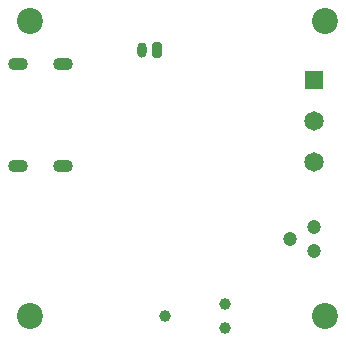
<source format=gbs>
%TF.GenerationSoftware,KiCad,Pcbnew,9.0.5*%
%TF.CreationDate,2026-01-28T11:34:24-05:00*%
%TF.ProjectId,lmp91000-pcb,6c6d7039-3130-4303-902d-7063622e6b69,rev?*%
%TF.SameCoordinates,Original*%
%TF.FileFunction,Soldermask,Bot*%
%TF.FilePolarity,Negative*%
%FSLAX46Y46*%
G04 Gerber Fmt 4.6, Leading zero omitted, Abs format (unit mm)*
G04 Created by KiCad (PCBNEW 9.0.5) date 2026-01-28 11:34:24*
%MOMM*%
%LPD*%
G01*
G04 APERTURE LIST*
G04 Aperture macros list*
%AMRoundRect*
0 Rectangle with rounded corners*
0 $1 Rounding radius*
0 $2 $3 $4 $5 $6 $7 $8 $9 X,Y pos of 4 corners*
0 Add a 4 corners polygon primitive as box body*
4,1,4,$2,$3,$4,$5,$6,$7,$8,$9,$2,$3,0*
0 Add four circle primitives for the rounded corners*
1,1,$1+$1,$2,$3*
1,1,$1+$1,$4,$5*
1,1,$1+$1,$6,$7*
1,1,$1+$1,$8,$9*
0 Add four rect primitives between the rounded corners*
20,1,$1+$1,$2,$3,$4,$5,0*
20,1,$1+$1,$4,$5,$6,$7,0*
20,1,$1+$1,$6,$7,$8,$9,0*
20,1,$1+$1,$8,$9,$2,$3,0*%
G04 Aperture macros list end*
%ADD10O,1.700000X1.100000*%
%ADD11R,1.650000X1.650000*%
%ADD12C,1.650000*%
%ADD13C,0.990600*%
%ADD14C,2.200000*%
%ADD15C,1.200000*%
%ADD16RoundRect,0.200000X0.200000X0.450000X-0.200000X0.450000X-0.200000X-0.450000X0.200000X-0.450000X0*%
%ADD17O,0.800000X1.300000*%
G04 APERTURE END LIST*
D10*
%TO.C,J2*%
X37800000Y-38680000D03*
X34000000Y-38680000D03*
X37800000Y-47320000D03*
X34000000Y-47320000D03*
%TD*%
D11*
%TO.C,J4*%
X59000000Y-40000000D03*
D12*
X59000000Y-43500000D03*
X59000000Y-47000000D03*
%TD*%
D13*
%TO.C,J1*%
X46460000Y-60000000D03*
X51540000Y-58984000D03*
X51540000Y-61016000D03*
%TD*%
D14*
%TO.C,H2*%
X60000000Y-35000000D03*
%TD*%
%TO.C,H3*%
X35000000Y-60000000D03*
%TD*%
D15*
%TO.C,J5*%
X59000000Y-54500000D03*
X57000000Y-53500000D03*
X59000000Y-52499999D03*
%TD*%
D14*
%TO.C,H1*%
X35000000Y-35000000D03*
%TD*%
%TO.C,H4*%
X60000000Y-60000000D03*
%TD*%
D16*
%TO.C,J3*%
X45750000Y-37500000D03*
D17*
X44500000Y-37500000D03*
%TD*%
M02*

</source>
